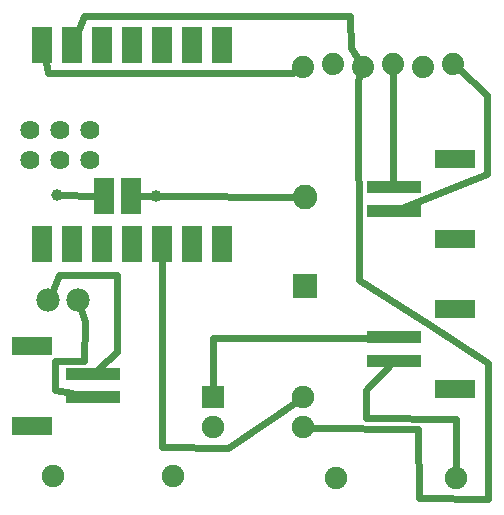
<source format=gtl>
G04 MADE WITH FRITZING*
G04 WWW.FRITZING.ORG*
G04 DOUBLE SIDED*
G04 HOLES PLATED*
G04 CONTOUR ON CENTER OF CONTOUR VECTOR*
%FSLAX26Y26*%
%MOIN*%
%ADD10C,0.074000*%
%ADD11C,0.075000*%
%ADD12C,0.064000*%
%ADD13C,0.082000*%
%ADD14C,0.078000*%
%ADD15C,0.039370*%
%ADD16R,0.181102X0.039370*%
%ADD17R,0.133858X0.062992*%
%ADD18R,0.075000X0.075000*%
%ADD19R,0.070247X0.121256*%
%ADD20R,0.070000X0.121256*%
%ADD21R,0.082000X0.082000*%
%ADD22C,0.024000*%
%G04COPPER1*%
%FSLAX26Y26*%
%MOIN*%
D10*
X1554720Y1516210D03*
X1454720Y1506210D03*
X1354720Y1516210D03*
X1254720Y1506210D03*
X1154720Y1516210D03*
X1054720Y1506210D03*
X1554720Y1516210D03*
X1454720Y1506210D03*
X1354720Y1516210D03*
X1254720Y1506210D03*
X1154720Y1516210D03*
X1054720Y1506210D03*
D11*
X754721Y406210D03*
X1054720Y406210D03*
X754721Y306210D03*
X1054720Y306210D03*
D12*
X144345Y1299269D03*
X244637Y1299269D03*
X344637Y1299291D03*
X144637Y1199291D03*
X244637Y1199291D03*
X344637Y1199291D03*
D11*
X618882Y143890D03*
X218882Y143890D03*
X1564700Y138590D03*
X1164700Y138590D03*
D13*
X1059030Y777606D03*
X1059030Y1075606D03*
D14*
X204380Y730520D03*
X304380Y730520D03*
D15*
X564000Y1079140D03*
X234370Y1080344D03*
D16*
X1354731Y606205D03*
X1354731Y527465D03*
D17*
X1559449Y700698D03*
X1559449Y432984D03*
D16*
X354718Y406215D03*
X354718Y484955D03*
D17*
X149994Y311724D03*
X149994Y579444D03*
D16*
X1354731Y1106210D03*
X1354731Y1027469D03*
D17*
X1559449Y1200698D03*
X1559449Y932981D03*
D18*
X754721Y406210D03*
D19*
X389947Y1076656D03*
X481252Y1076656D03*
X183429Y919106D03*
X283761Y919106D03*
X383761Y919106D03*
X483761Y919106D03*
X583761Y919106D03*
X683761Y919106D03*
X783761Y919106D03*
D20*
X783637Y1579663D03*
X683637Y1579663D03*
X583637Y1579663D03*
X483637Y1579663D03*
X383637Y1579663D03*
X283637Y1579663D03*
X183637Y1579663D03*
D21*
X1059030Y776606D03*
D22*
X1341460Y513340D02*
X1262790Y429520D01*
D02*
X1262790Y429520D02*
X1262790Y336320D01*
D02*
X1262790Y336320D02*
X1563690Y333660D01*
D02*
X1563690Y333660D02*
X1564610Y156090D01*
D02*
X1269730Y606080D02*
X751524Y605270D01*
D02*
X751524Y605270D02*
X754440Y423710D01*
D02*
X305983Y1634735D02*
X324000Y1679140D01*
X324000Y1679140D02*
X852000Y1679140D01*
X852000Y1679140D02*
X1209530Y1678394D01*
D02*
X1209530Y1678394D02*
X1212000Y1571140D01*
X1212000Y1571140D02*
X1243730Y1522918D01*
D02*
X1354720Y1120340D02*
X1354720Y1496210D01*
D02*
X360378Y1077356D02*
X242242Y1080157D01*
D02*
X282882Y420350D02*
X228000Y431140D01*
X228000Y431140D02*
X228000Y527140D01*
X228000Y527140D02*
X324000Y527140D01*
X324000Y527140D02*
X325901Y657960D01*
D02*
X325901Y657960D02*
X309783Y712300D01*
D02*
X1390510Y1041599D02*
X1668000Y1151140D01*
X1668000Y1151140D02*
X1668000Y1415140D01*
X1668000Y1415140D02*
X1569640Y1502895D01*
D02*
X583743Y864033D02*
X583547Y239820D01*
D02*
X583547Y239820D02*
X804000Y239140D01*
X804000Y239140D02*
X1040160Y396500D01*
D02*
X211658Y748067D02*
X239066Y814162D01*
D02*
X239066Y814162D02*
X433103Y814162D01*
D02*
X433103Y814162D02*
X432467Y684600D01*
D02*
X432467Y684600D02*
X432467Y559380D01*
D02*
X432467Y559380D02*
X372000Y503140D01*
X372000Y503140D02*
X368147Y499090D01*
D02*
X510819Y1077543D02*
X556130Y1078904D01*
D02*
X1038040Y1075756D02*
X571874Y1079084D01*
D02*
X1037190Y1496582D02*
X1020000Y1487140D01*
X1020000Y1487140D02*
X204000Y1487140D01*
X204000Y1487140D02*
X195758Y1524590D01*
D02*
X1435880Y301700D02*
X1438540Y70040D01*
D02*
X1438540Y70040D02*
X1670210Y67370D01*
D02*
X1072220Y306000D02*
X1435880Y301700D01*
D02*
X1670210Y67370D02*
X1670210Y522720D01*
D02*
X1670210Y522720D02*
X1476000Y647140D01*
X1476000Y647140D02*
X1238820Y796992D01*
D02*
X1238820Y796992D02*
X1236000Y1463140D01*
X1236000Y1463140D02*
X1246750Y1487868D01*
G04 End of Copper1*
M02*
</source>
